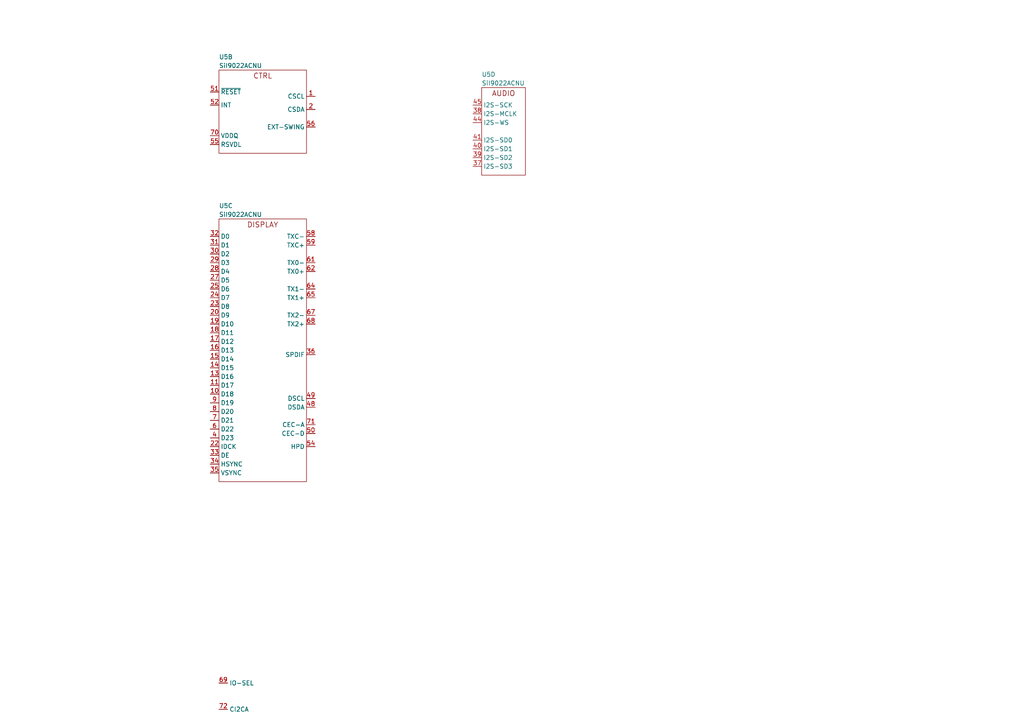
<source format=kicad_sch>
(kicad_sch (version 20230121) (generator eeschema)

  (uuid 9722e27f-b004-49cb-a971-74b9277fdfd3)

  (paper "A4")

  (lib_symbols
    (symbol "Daxxn_IC:SiI9022ACNU" (in_bom yes) (on_board yes)
      (property "Reference" "U" (at 0 3.81 0)
        (effects (font (size 1.27 1.27)) (justify left))
      )
      (property "Value" "SiI9022ACNU" (at 0 1.27 0)
        (effects (font (size 1.27 1.27)) (justify left))
      )
      (property "Footprint" "Package_DFN_QFN:QFN-72-1EP_10x10mm_P0.5mm_EP6x6mm" (at 12.7 11.43 0)
        (effects (font (size 1.27 1.27)) hide)
      )
      (property "Datasheet" "%LOCAL_DATASHEETS%/SIL9022.pdf" (at 12.7 8.89 0)
        (effects (font (size 1.27 1.27)) hide)
      )
      (property "ki_locked" "" (at 0 0 0)
        (effects (font (size 1.27 1.27)))
      )
      (property "ki_keywords" "converter interface hdmi tft display" (at 0 0 0)
        (effects (font (size 1.27 1.27)) hide)
      )
      (property "ki_description" "TFT Display to HDMI Converter QFN-72" (at 0 0 0)
        (effects (font (size 1.27 1.27)) hide)
      )
      (symbol "SiI9022ACNU_1_0"
        (pin power_in line (at -2.54 -19.05 0) (length 2.54) hide
          (name "VCC-CORE" (effects (font (size 1.27 1.27))))
          (number "12" (effects (font (size 1.27 1.27))))
        )
        (pin power_in line (at -2.54 -6.35 0) (length 2.54) hide
          (name "VCC-IO" (effects (font (size 1.27 1.27))))
          (number "21" (effects (font (size 1.27 1.27))))
        )
        (pin power_in line (at -2.54 -19.05 0) (length 2.54) hide
          (name "VCC-CORE" (effects (font (size 1.27 1.27))))
          (number "26" (effects (font (size 1.27 1.27))))
        )
        (pin power_in line (at -2.54 -6.35 0) (length 2.54)
          (name "VCC-IO" (effects (font (size 1.27 1.27))))
          (number "3" (effects (font (size 1.27 1.27))))
        )
        (pin power_in line (at -2.54 -19.05 0) (length 2.54) hide
          (name "VCC-CORE" (effects (font (size 1.27 1.27))))
          (number "42" (effects (font (size 1.27 1.27))))
        )
        (pin power_in line (at 27.94 -19.05 180) (length 2.54)
          (name "GND-CORE" (effects (font (size 1.27 1.27))))
          (number "43" (effects (font (size 1.27 1.27))))
        )
        (pin power_in line (at -2.54 -6.35 0) (length 2.54) hide
          (name "VCC-IO" (effects (font (size 1.27 1.27))))
          (number "46" (effects (font (size 1.27 1.27))))
        )
        (pin power_in line (at -2.54 -19.05 0) (length 2.54) hide
          (name "VCC-CORE" (effects (font (size 1.27 1.27))))
          (number "47" (effects (font (size 1.27 1.27))))
        )
        (pin power_in line (at -2.54 -19.05 0) (length 2.54)
          (name "VCC-CORE" (effects (font (size 1.27 1.27))))
          (number "5" (effects (font (size 1.27 1.27))))
        )
        (pin power_in line (at -2.54 -19.05 0) (length 2.54) hide
          (name "VCC-CORE" (effects (font (size 1.27 1.27))))
          (number "53" (effects (font (size 1.27 1.27))))
        )
        (pin power_in line (at 27.94 -6.35 180) (length 2.54)
          (name "GND-IO" (effects (font (size 1.27 1.27))))
          (number "57" (effects (font (size 1.27 1.27))))
        )
        (pin power_in line (at -2.54 -31.75 0) (length 2.54)
          (name "AVCC" (effects (font (size 1.27 1.27))))
          (number "60" (effects (font (size 1.27 1.27))))
        )
        (pin power_in line (at 27.94 -31.75 180) (length 2.54)
          (name "AGND" (effects (font (size 1.27 1.27))))
          (number "63" (effects (font (size 1.27 1.27))))
        )
        (pin power_in line (at -2.54 -31.75 0) (length 2.54) hide
          (name "AVCC" (effects (font (size 1.27 1.27))))
          (number "66" (effects (font (size 1.27 1.27))))
        )
        (pin power_in line (at 12.7 -38.1 90) (length 2.54)
          (name "GND-PAD" (effects (font (size 1.27 1.27))))
          (number "73" (effects (font (size 1.27 1.27))))
        )
      )
      (symbol "SiI9022ACNU_1_1"
        (rectangle (start 0 0) (end 25.4 -35.56)
          (stroke (width 0) (type default))
          (fill (type none))
        )
        (text "POWER" (at 12.7 -2.54 0)
          (effects (font (size 1.5 1.5)) (justify bottom))
        )
      )
      (symbol "SiI9022ACNU_2_0"
        (pin bidirectional line (at 27.94 -7.62 180) (length 2.54)
          (name "CSCL" (effects (font (size 1.27 1.27))))
          (number "1" (effects (font (size 1.27 1.27))))
        )
        (pin bidirectional line (at 27.94 -11.43 180) (length 2.54)
          (name "CSDA" (effects (font (size 1.27 1.27))))
          (number "2" (effects (font (size 1.27 1.27))))
        )
        (pin input line (at -2.54 -6.35 0) (length 2.54)
          (name "~{RESET}" (effects (font (size 1.27 1.27))))
          (number "51" (effects (font (size 1.27 1.27))))
        )
        (pin output line (at -2.54 -10.16 0) (length 2.54)
          (name "INT" (effects (font (size 1.27 1.27))))
          (number "52" (effects (font (size 1.27 1.27))))
        )
        (pin passive line (at -2.54 -21.59 0) (length 2.54)
          (name "RSVDL" (effects (font (size 1.27 1.27))))
          (number "55" (effects (font (size 1.27 1.27))))
        )
        (pin input line (at 27.94 -16.51 180) (length 2.54)
          (name "EXT-SWING" (effects (font (size 1.27 1.27))))
          (number "56" (effects (font (size 1.27 1.27))))
        )
        (pin input line (at 0 -177.8 0) (length 2.54)
          (name "IO-SEL" (effects (font (size 1.27 1.27))))
          (number "69" (effects (font (size 1.27 1.27))))
        )
        (pin passive line (at -2.54 -19.05 0) (length 2.54)
          (name "VDDQ" (effects (font (size 1.27 1.27))))
          (number "70" (effects (font (size 1.27 1.27))))
        )
        (pin input line (at 0 -185.42 0) (length 2.54)
          (name "CI2CA" (effects (font (size 1.27 1.27))))
          (number "72" (effects (font (size 1.27 1.27))))
        )
      )
      (symbol "SiI9022ACNU_2_1"
        (rectangle (start 0 0) (end 25.4 -24.13)
          (stroke (width 0) (type default))
          (fill (type none))
        )
        (text "CTRL" (at 12.7 -2.54 0)
          (effects (font (size 1.5 1.5)) (justify bottom))
        )
      )
      (symbol "SiI9022ACNU_3_0"
        (pin input line (at -2.54 -50.8 0) (length 2.54)
          (name "D18" (effects (font (size 1.27 1.27))))
          (number "10" (effects (font (size 1.27 1.27))))
        )
        (pin input line (at -2.54 -48.26 0) (length 2.54)
          (name "D17" (effects (font (size 1.27 1.27))))
          (number "11" (effects (font (size 1.27 1.27))))
        )
        (pin input line (at -2.54 -45.72 0) (length 2.54)
          (name "D16" (effects (font (size 1.27 1.27))))
          (number "13" (effects (font (size 1.27 1.27))))
        )
        (pin input line (at -2.54 -43.18 0) (length 2.54)
          (name "D15" (effects (font (size 1.27 1.27))))
          (number "14" (effects (font (size 1.27 1.27))))
        )
        (pin input line (at -2.54 -40.64 0) (length 2.54)
          (name "D14" (effects (font (size 1.27 1.27))))
          (number "15" (effects (font (size 1.27 1.27))))
        )
        (pin input line (at -2.54 -38.1 0) (length 2.54)
          (name "D13" (effects (font (size 1.27 1.27))))
          (number "16" (effects (font (size 1.27 1.27))))
        )
        (pin input line (at -2.54 -35.56 0) (length 2.54)
          (name "D12" (effects (font (size 1.27 1.27))))
          (number "17" (effects (font (size 1.27 1.27))))
        )
        (pin input line (at -2.54 -33.02 0) (length 2.54)
          (name "D11" (effects (font (size 1.27 1.27))))
          (number "18" (effects (font (size 1.27 1.27))))
        )
        (pin input line (at -2.54 -30.48 0) (length 2.54)
          (name "D10" (effects (font (size 1.27 1.27))))
          (number "19" (effects (font (size 1.27 1.27))))
        )
        (pin input line (at -2.54 -27.94 0) (length 2.54)
          (name "D9" (effects (font (size 1.27 1.27))))
          (number "20" (effects (font (size 1.27 1.27))))
        )
        (pin input line (at -2.54 -66.04 0) (length 2.54)
          (name "IDCK" (effects (font (size 1.27 1.27))))
          (number "22" (effects (font (size 1.27 1.27))))
        )
        (pin input line (at -2.54 -25.4 0) (length 2.54)
          (name "D8" (effects (font (size 1.27 1.27))))
          (number "23" (effects (font (size 1.27 1.27))))
        )
        (pin input line (at -2.54 -22.86 0) (length 2.54)
          (name "D7" (effects (font (size 1.27 1.27))))
          (number "24" (effects (font (size 1.27 1.27))))
        )
        (pin input line (at -2.54 -20.32 0) (length 2.54)
          (name "D6" (effects (font (size 1.27 1.27))))
          (number "25" (effects (font (size 1.27 1.27))))
        )
        (pin input line (at -2.54 -17.78 0) (length 2.54)
          (name "D5" (effects (font (size 1.27 1.27))))
          (number "27" (effects (font (size 1.27 1.27))))
        )
        (pin input line (at -2.54 -15.24 0) (length 2.54)
          (name "D4" (effects (font (size 1.27 1.27))))
          (number "28" (effects (font (size 1.27 1.27))))
        )
        (pin input line (at -2.54 -12.7 0) (length 2.54)
          (name "D3" (effects (font (size 1.27 1.27))))
          (number "29" (effects (font (size 1.27 1.27))))
        )
        (pin input line (at -2.54 -10.16 0) (length 2.54)
          (name "D2" (effects (font (size 1.27 1.27))))
          (number "30" (effects (font (size 1.27 1.27))))
        )
        (pin input line (at -2.54 -7.62 0) (length 2.54)
          (name "D1" (effects (font (size 1.27 1.27))))
          (number "31" (effects (font (size 1.27 1.27))))
        )
        (pin input line (at -2.54 -5.08 0) (length 2.54)
          (name "D0" (effects (font (size 1.27 1.27))))
          (number "32" (effects (font (size 1.27 1.27))))
        )
        (pin input line (at -2.54 -68.58 0) (length 2.54)
          (name "DE" (effects (font (size 1.27 1.27))))
          (number "33" (effects (font (size 1.27 1.27))))
        )
        (pin input line (at -2.54 -71.12 0) (length 2.54)
          (name "HSYNC" (effects (font (size 1.27 1.27))))
          (number "34" (effects (font (size 1.27 1.27))))
        )
        (pin input line (at -2.54 -73.66 0) (length 2.54)
          (name "VSYNC" (effects (font (size 1.27 1.27))))
          (number "35" (effects (font (size 1.27 1.27))))
        )
        (pin input line (at 27.94 -39.37 180) (length 2.54)
          (name "SPDIF" (effects (font (size 1.27 1.27))))
          (number "36" (effects (font (size 1.27 1.27))))
        )
        (pin input line (at -2.54 -63.5 0) (length 2.54)
          (name "D23" (effects (font (size 1.27 1.27))))
          (number "4" (effects (font (size 1.27 1.27))))
        )
        (pin bidirectional line (at 27.94 -54.61 180) (length 2.54)
          (name "DSDA" (effects (font (size 1.27 1.27))))
          (number "48" (effects (font (size 1.27 1.27))))
        )
        (pin bidirectional line (at 27.94 -52.07 180) (length 2.54)
          (name "DSCL" (effects (font (size 1.27 1.27))))
          (number "49" (effects (font (size 1.27 1.27))))
        )
        (pin bidirectional line (at 27.94 -62.23 180) (length 2.54)
          (name "CEC-D" (effects (font (size 1.27 1.27))))
          (number "50" (effects (font (size 1.27 1.27))))
        )
        (pin input line (at 27.94 -66.04 180) (length 2.54)
          (name "HPD" (effects (font (size 1.27 1.27))))
          (number "54" (effects (font (size 1.27 1.27))))
        )
        (pin output line (at 27.94 -5.08 180) (length 2.54)
          (name "TXC-" (effects (font (size 1.27 1.27))))
          (number "58" (effects (font (size 1.27 1.27))))
        )
        (pin output line (at 27.94 -7.62 180) (length 2.54)
          (name "TXC+" (effects (font (size 1.27 1.27))))
          (number "59" (effects (font (size 1.27 1.27))))
        )
        (pin input line (at -2.54 -60.96 0) (length 2.54)
          (name "D22" (effects (font (size 1.27 1.27))))
          (number "6" (effects (font (size 1.27 1.27))))
        )
        (pin output line (at 27.94 -12.7 180) (length 2.54)
          (name "TX0-" (effects (font (size 1.27 1.27))))
          (number "61" (effects (font (size 1.27 1.27))))
        )
        (pin output line (at 27.94 -15.24 180) (length 2.54)
          (name "TX0+" (effects (font (size 1.27 1.27))))
          (number "62" (effects (font (size 1.27 1.27))))
        )
        (pin output line (at 27.94 -20.32 180) (length 2.54)
          (name "TX1-" (effects (font (size 1.27 1.27))))
          (number "64" (effects (font (size 1.27 1.27))))
        )
        (pin output line (at 27.94 -22.86 180) (length 2.54)
          (name "TX1+" (effects (font (size 1.27 1.27))))
          (number "65" (effects (font (size 1.27 1.27))))
        )
        (pin output line (at 27.94 -27.94 180) (length 2.54)
          (name "TX2-" (effects (font (size 1.27 1.27))))
          (number "67" (effects (font (size 1.27 1.27))))
        )
        (pin output line (at 27.94 -30.48 180) (length 2.54)
          (name "TX2+" (effects (font (size 1.27 1.27))))
          (number "68" (effects (font (size 1.27 1.27))))
        )
        (pin input line (at -2.54 -58.42 0) (length 2.54)
          (name "D21" (effects (font (size 1.27 1.27))))
          (number "7" (effects (font (size 1.27 1.27))))
        )
        (pin bidirectional line (at 27.94 -59.69 180) (length 2.54)
          (name "CEC-A" (effects (font (size 1.27 1.27))))
          (number "71" (effects (font (size 1.27 1.27))))
        )
        (pin input line (at -2.54 -55.88 0) (length 2.54)
          (name "D20" (effects (font (size 1.27 1.27))))
          (number "8" (effects (font (size 1.27 1.27))))
        )
        (pin input line (at -2.54 -53.34 0) (length 2.54)
          (name "D19" (effects (font (size 1.27 1.27))))
          (number "9" (effects (font (size 1.27 1.27))))
        )
      )
      (symbol "SiI9022ACNU_3_1"
        (rectangle (start 0 0) (end 25.4 -76.2)
          (stroke (width 0) (type default))
          (fill (type none))
        )
        (text "DISPLAY" (at 12.7 -2.54 0)
          (effects (font (size 1.5 1.5)) (justify bottom))
        )
      )
      (symbol "SiI9022ACNU_4_0"
        (pin input line (at -2.54 -22.86 0) (length 2.54)
          (name "I2S-SD3" (effects (font (size 1.27 1.27))))
          (number "37" (effects (font (size 1.27 1.27))))
        )
        (pin input line (at -2.54 -7.62 0) (length 2.54)
          (name "I2S-MCLK" (effects (font (size 1.27 1.27))))
          (number "38" (effects (font (size 1.27 1.27))))
        )
        (pin input line (at -2.54 -20.32 0) (length 2.54)
          (name "I2S-SD2" (effects (font (size 1.27 1.27))))
          (number "39" (effects (font (size 1.27 1.27))))
        )
        (pin input line (at -2.54 -17.78 0) (length 2.54)
          (name "I2S-SD1" (effects (font (size 1.27 1.27))))
          (number "40" (effects (font (size 1.27 1.27))))
        )
        (pin input line (at -2.54 -15.24 0) (length 2.54)
          (name "I2S-SD0" (effects (font (size 1.27 1.27))))
          (number "41" (effects (font (size 1.27 1.27))))
        )
        (pin input line (at -2.54 -10.16 0) (length 2.54)
          (name "I2S-WS" (effects (font (size 1.27 1.27))))
          (number "44" (effects (font (size 1.27 1.27))))
        )
        (pin input line (at -2.54 -5.08 0) (length 2.54)
          (name "I2S-SCK" (effects (font (size 1.27 1.27))))
          (number "45" (effects (font (size 1.27 1.27))))
        )
      )
      (symbol "SiI9022ACNU_4_1"
        (rectangle (start 0 0) (end 12.7 -25.4)
          (stroke (width 0) (type default))
          (fill (type none))
        )
        (text "AUDIO" (at 6.35 -2.54 0)
          (effects (font (size 1.5 1.5)) (justify bottom))
        )
      )
    )
  )


  (symbol (lib_id "Daxxn_IC:SiI9022ACNU") (at 63.5 63.5 0) (unit 3)
    (in_bom yes) (on_board yes) (dnp no)
    (uuid 0025fb3a-eca0-480e-9d01-47684155d746)
    (property "Reference" "U5" (at 63.5 59.69 0)
      (effects (font (size 1.27 1.27)) (justify left))
    )
    (property "Value" "SiI9022ACNU" (at 63.5 62.23 0)
      (effects (font (size 1.27 1.27)) (justify left))
    )
    (property "Footprint" "Package_DFN_QFN:QFN-72-1EP_10x10mm_P0.5mm_EP6x6mm" (at 76.2 52.07 0)
      (effects (font (size 1.27 1.27)) hide)
    )
    (property "Datasheet" "%LOCAL_DATASHEETS%/SIL9022.pdf" (at 76.2 54.61 0)
      (effects (font (size 1.27 1.27)) hide)
    )
    (pin "12" (uuid d8a25d82-406a-4bff-b6b2-e24f77a298a8))
    (pin "21" (uuid a117b8d1-ea04-450f-b4d8-7154e34701c3))
    (pin "26" (uuid 9313e273-3457-49e6-bc82-950b9d1bf87d))
    (pin "3" (uuid b2c8f28c-b2cc-4be1-9fa9-705fc0f31c8b))
    (pin "42" (uuid f095afcb-5777-46e9-90f0-a0a9a0131675))
    (pin "43" (uuid 357afe5d-2c21-4063-8b00-9be307ed8c66))
    (pin "46" (uuid 934e8b1a-3508-4558-a73a-18e871bb4e3b))
    (pin "47" (uuid de7796e0-3f17-426f-94d2-51dc6781ea75))
    (pin "5" (uuid 4b362fb9-2da2-4a94-b2db-c503cadcad88))
    (pin "53" (uuid 94caadfd-2d39-4440-ab33-38059dc82ddb))
    (pin "57" (uuid 692cf3be-45ef-4a6f-b93a-5b4c25ec8223))
    (pin "60" (uuid 16879534-a54c-44f2-a3ee-8b4115e2eb19))
    (pin "63" (uuid 659d4e63-4521-465f-a161-45511f22b46b))
    (pin "66" (uuid 9fa71873-be67-4c7d-be0f-c653b21946bb))
    (pin "73" (uuid 3e4ed3a0-ca11-4604-859a-6717dbc403b8))
    (pin "1" (uuid 5d824ec2-304b-4348-88ee-e03b5e9b402c))
    (pin "2" (uuid 682ae3a7-5a18-43c1-be5b-e8e15e336ca7))
    (pin "51" (uuid 4cdd773b-d3e7-4a3b-833e-4b07624db176))
    (pin "52" (uuid 3b4cb2b2-1222-4764-811a-16ed9f5f2e05))
    (pin "55" (uuid f2dd6a56-4fc4-4f30-ae4c-dc87a3d9d560))
    (pin "56" (uuid e1782f96-4819-42c6-a356-933f623714b1))
    (pin "69" (uuid fdf82ac6-db7d-4abf-ab9d-b96e88a94eae))
    (pin "70" (uuid 71135b41-d5ac-4e11-9733-31ea70ed4995))
    (pin "72" (uuid 58fd6cad-c532-49d1-ba42-196c42aec665))
    (pin "10" (uuid aa444b38-6b53-49eb-8468-65ea34a50be4))
    (pin "11" (uuid 265bebce-7ed2-40a3-9a08-f3944fed7b17))
    (pin "13" (uuid 5a14d691-09ed-4f1c-bd28-6998ca27dd98))
    (pin "14" (uuid bfb12816-3cda-464a-92a4-d766133a89ba))
    (pin "15" (uuid d09a41e8-24f9-4a32-ba07-4b1301e242eb))
    (pin "16" (uuid b5c1164a-92ea-49e2-b44c-630eef127df9))
    (pin "17" (uuid b6bcc26e-0b21-4c69-83d5-3cf1fdacdd5f))
    (pin "18" (uuid 29f29b86-66d6-4e45-8339-539c55471391))
    (pin "19" (uuid 5bb93266-8869-482f-ad11-2161d00b5e2e))
    (pin "20" (uuid 3cf3ca3c-98c5-479d-9a78-2cdf1d6bf016))
    (pin "22" (uuid 163ef37a-fc1e-4277-8a9d-6b645d915f00))
    (pin "23" (uuid ab04e0d6-e8ea-4902-b74c-3e47fe0920ff))
    (pin "24" (uuid 98e7d3ad-068c-468d-8475-3aad9cb515b7))
    (pin "25" (uuid 771fec33-91d6-47ef-a8fd-96cd22cf2f05))
    (pin "27" (uuid bb4797f9-ba93-45e5-8fe9-d084916438f8))
    (pin "28" (uuid e2e2fad2-c4dd-4da2-956f-1cf80b2ed264))
    (pin "29" (uuid 1946784f-eab2-4017-9c14-8b2a61713a46))
    (pin "30" (uuid ccb17f2b-c2c3-430d-9a6b-e2890db68021))
    (pin "31" (uuid 62651e31-c573-40c3-bc86-cbcd60269212))
    (pin "32" (uuid 49425845-d4d5-43e3-b393-e6c34641facb))
    (pin "33" (uuid 1733f100-3d33-4c93-8816-3dd7b445edb7))
    (pin "34" (uuid d107a6de-5e34-4d24-ae0b-78515aa45bb0))
    (pin "35" (uuid 8c104ad6-10aa-4ca6-837f-8ca2680e6e2f))
    (pin "36" (uuid 236bab20-250a-479c-a3cb-e2da7ee4edcb))
    (pin "4" (uuid 335a5b32-d807-4735-94ec-f6ea5781c841))
    (pin "48" (uuid f5689858-6abd-402d-8541-a3db8bc5d0b9))
    (pin "49" (uuid 0a51dd47-c5ed-4288-9c09-3fa7dcce0638))
    (pin "50" (uuid 0429aebf-7648-4462-bf5b-e940bcb25785))
    (pin "54" (uuid b4c7bc84-9b70-4ba2-ace3-fc65379d421e))
    (pin "58" (uuid 9dcd398c-e6af-42a6-a313-5b804f23b44c))
    (pin "59" (uuid d23d4ea8-c510-41c8-9b6b-abdef02b9373))
    (pin "6" (uuid e6fd5bd3-a36b-4dee-9b55-0c1ab50bb345))
    (pin "61" (uuid ee58f20f-1c3c-46ba-9908-46e8e338680b))
    (pin "62" (uuid 80cd5241-140b-4bdc-bda4-de91b7a126c6))
    (pin "64" (uuid a19351a1-05f6-4693-a5af-dfd35b3b89cc))
    (pin "65" (uuid 98a9e432-96c7-42a6-a1c6-2f97c1537b26))
    (pin "67" (uuid da41e842-7865-455a-9ee7-fd8d4c0b1378))
    (pin "68" (uuid c20d07af-f5ec-46be-bc43-4b1a9f86ba1c))
    (pin "7" (uuid 206f506e-5e04-454f-b3bc-fe1f954585d7))
    (pin "71" (uuid d9c77463-0930-4b3f-8456-2d8c6c6745fc))
    (pin "8" (uuid 29f33f58-10b0-4f02-ac4f-1a1071d8cf98))
    (pin "9" (uuid 7efa908a-0e1f-44e6-8b5c-075e4db8a258))
    (pin "37" (uuid af1c5356-aa26-4bf7-bba7-9d8212ba6a01))
    (pin "38" (uuid 6ed5c324-3144-401c-b156-cee3d381ba61))
    (pin "39" (uuid 739f3848-cdf6-4297-ac2e-bb78ef5f523f))
    (pin "40" (uuid ad6ee120-1724-4cae-b930-bda9b85c796d))
    (pin "41" (uuid b71fab44-b0db-4bdb-9e11-24ab3ca74120))
    (pin "44" (uuid 3fce41c2-eab9-4f7f-bf49-45df3857aea3))
    (pin "45" (uuid 1ddb2f7c-1744-4835-a6e0-a1c872ebedd4))
    (instances
      (project "BenchyMotherBoard-PCB"
        (path "/2ea077fe-b0e6-467f-a1c1-8336ebdb7a86/f6cefa82-1075-4fc2-b4fa-8436f2d86032"
          (reference "U5") (unit 3)
        )
      )
    )
  )

  (symbol (lib_id "Daxxn_IC:SiI9022ACNU") (at 63.5 20.32 0) (unit 2)
    (in_bom yes) (on_board yes) (dnp no)
    (uuid 4011a403-a8b9-4fa1-b1b4-2e8b83ece2e7)
    (property "Reference" "U5" (at 63.5 16.51 0)
      (effects (font (size 1.27 1.27)) (justify left))
    )
    (property "Value" "SiI9022ACNU" (at 63.5 19.05 0)
      (effects (font (size 1.27 1.27)) (justify left))
    )
    (property "Footprint" "Package_DFN_QFN:QFN-72-1EP_10x10mm_P0.5mm_EP6x6mm" (at 76.2 8.89 0)
      (effects (font (size 1.27 1.27)) hide)
    )
    (property "Datasheet" "%LOCAL_DATASHEETS%/SIL9022.pdf" (at 76.2 11.43 0)
      (effects (font (size 1.27 1.27)) hide)
    )
    (pin "12" (uuid ffef4f03-de73-494d-973e-05415174b46c))
    (pin "21" (uuid fa8b94dc-37e8-45e6-ac1d-8a4055c45148))
    (pin "26" (uuid f41f665b-cd76-46f7-8b9a-df9f13af3504))
    (pin "3" (uuid aa8721bf-8c45-415a-8d4c-1332253c9fb9))
    (pin "42" (uuid 4d09ba40-61d4-479e-9c9b-f21992e6085e))
    (pin "43" (uuid 9ad9e66f-b7c7-4256-80a2-56f210cf1ee2))
    (pin "46" (uuid a47416e7-11f3-42db-9bdf-4c98d279c904))
    (pin "47" (uuid 7426c7e5-6472-49ff-a84c-3eb0ed5fe9b2))
    (pin "5" (uuid 61773756-21bb-4779-b1aa-be1bc8e60f59))
    (pin "53" (uuid 5d9b31f2-a17c-494c-a12c-87f239b43693))
    (pin "57" (uuid e4badc2d-d194-414e-88a7-39afa2a5b71e))
    (pin "60" (uuid 40155962-8ec2-4762-93d6-2feacd962650))
    (pin "63" (uuid 3d48479f-6ff5-4ae9-9b0f-902f56d4787b))
    (pin "66" (uuid 4115293f-5653-471e-8ec6-edaed8e170e9))
    (pin "73" (uuid 9d6fad62-d952-4578-84c8-6fef33521680))
    (pin "1" (uuid 88107a80-101c-42f9-b4ce-eb42ed32093a))
    (pin "2" (uuid 1eccbe8f-3197-49c2-b7b7-34c6e865eb9b))
    (pin "51" (uuid adf80768-6b6f-48cf-871a-10164fe0299d))
    (pin "52" (uuid dcc250e1-3673-4c55-8bfc-282d5a62d927))
    (pin "55" (uuid 6d5bdf93-2c97-4374-920d-d8a70be3146d))
    (pin "56" (uuid d3d58d1f-4a8e-427c-80c9-983ba0e73a12))
    (pin "69" (uuid ce5530f9-24df-451b-a472-74d3fdfc0342))
    (pin "70" (uuid 11fb53ee-af6e-4f3f-8175-05fb22004756))
    (pin "72" (uuid 293f5ab1-fe47-4bc9-a4e4-31ed88e70622))
    (pin "10" (uuid 90e2d4be-093e-4c41-bc9d-5408573e5fe0))
    (pin "11" (uuid 2caba53b-3c5e-4d9d-998c-3b10e2cc566e))
    (pin "13" (uuid d02d71a3-4b4a-4815-aff8-7a2f6f2cc580))
    (pin "14" (uuid 9a52ee31-5533-45a9-a956-bdad4266ae03))
    (pin "15" (uuid d896a7f4-3432-4ed0-b606-93bb9eaee855))
    (pin "16" (uuid 3ceecf5c-3571-433b-b357-741b3338084c))
    (pin "17" (uuid f316212b-96dc-4601-8053-059234288bb4))
    (pin "18" (uuid a38b539c-52b0-4391-974d-df8f8a61ed64))
    (pin "19" (uuid 844e937e-ce3b-4b96-b4eb-b1f914d20f36))
    (pin "20" (uuid 717df692-4b1e-4130-8444-e4236a0044ac))
    (pin "22" (uuid 6f8aad3c-8bc6-4b94-8968-26dd8e9e5146))
    (pin "23" (uuid e6cc004c-6ff1-495f-86f3-a7adf13ddd52))
    (pin "24" (uuid 3cee2c6f-0cd0-4665-824c-c5fb005d01a9))
    (pin "25" (uuid 7e7c7c0b-c28f-4693-87ea-50c1aeb5c167))
    (pin "27" (uuid f80360dd-6beb-4c1f-9d1a-1b747741cba6))
    (pin "28" (uuid 7043ae57-a394-43c3-82eb-ad8506e2c3b2))
    (pin "29" (uuid c563984f-0c3c-4900-be59-b2ee9ccb7a43))
    (pin "30" (uuid 7feab895-2ce6-4598-8cb1-4e03a873438a))
    (pin "31" (uuid 0e2e2462-a1a6-4585-b988-0d6d729a05b4))
    (pin "32" (uuid f81be18e-8230-4d04-8d63-d13b5e1e6bb0))
    (pin "33" (uuid 54270b77-001a-43f4-b19c-3f42d19a081a))
    (pin "34" (uuid 133dfeac-19d2-4728-89ef-aa2e7c041c51))
    (pin "35" (uuid edecba1a-7515-4e5c-9316-d944e2104e18))
    (pin "36" (uuid badff7a1-ba0d-468f-9a5d-bdfb0f523f2f))
    (pin "4" (uuid e316eb2a-b4f4-4e85-8fc6-4e9d5fdbabb3))
    (pin "48" (uuid 1232795c-3ede-46fd-987e-f51f6d5782f6))
    (pin "49" (uuid d08355cb-67b0-4cd9-9f54-a5a6141ec422))
    (pin "50" (uuid 316488ed-b809-4fb4-a35e-4f9ae41614c8))
    (pin "54" (uuid 03d888f3-8fb4-455a-87fc-f4a7234b568d))
    (pin "58" (uuid c40cec2d-333c-4619-b21c-0467164380e9))
    (pin "59" (uuid 96b8e25f-5da8-469a-a59c-65bf17941258))
    (pin "6" (uuid c708c2c9-3546-492e-9cb2-2894b8ffff7b))
    (pin "61" (uuid 5099c224-39c9-47e2-8dce-cd5bbeb6c4e7))
    (pin "62" (uuid d1fa7b9e-285a-40b2-8c14-0c290d0e319e))
    (pin "64" (uuid 8216510a-8be1-4ee0-9516-964527527dd6))
    (pin "65" (uuid 17a2aee1-138e-4d08-ab76-99fef9f20d0c))
    (pin "67" (uuid e9ea1385-674c-4960-8661-b08a44124cd5))
    (pin "68" (uuid 5ea68194-a62b-4588-86ff-e604e4a25a5a))
    (pin "7" (uuid 1cbdbff7-8d16-4212-87c3-59bd2e0f3bd8))
    (pin "71" (uuid d87cceaa-f27b-46d4-aa4e-0aa7d5dd6fc4))
    (pin "8" (uuid c9e0ad2d-698a-4153-9de0-a351179f4e0a))
    (pin "9" (uuid 020adfbc-2f1d-47bb-87f8-715a8179d251))
    (pin "37" (uuid 5851a202-6b19-4f33-a4a8-3826632777e0))
    (pin "38" (uuid 2a6c7c9a-28e2-4c21-9e35-5d7a83e681e3))
    (pin "39" (uuid 22ee505e-0bf1-4156-8f89-2cb15a57e8f0))
    (pin "40" (uuid 7a4d0a8b-1338-43f7-9996-746299e64ec7))
    (pin "41" (uuid 1b8aa5a1-03ca-4622-9327-3ed18030441d))
    (pin "44" (uuid 7d688122-573c-453a-8233-be20f93c798b))
    (pin "45" (uuid 203e82f9-62c8-4d19-b145-290e556981f3))
    (instances
      (project "BenchyMotherBoard-PCB"
        (path "/2ea077fe-b0e6-467f-a1c1-8336ebdb7a86/f6cefa82-1075-4fc2-b4fa-8436f2d86032"
          (reference "U5") (unit 2)
        )
      )
    )
  )

  (symbol (lib_id "Daxxn_IC:SiI9022ACNU") (at 139.7 25.4 0) (unit 4)
    (in_bom yes) (on_board yes) (dnp no)
    (uuid 56e4c413-fb73-48a3-8de4-e297be9f8686)
    (property "Reference" "U5" (at 139.7 21.59 0)
      (effects (font (size 1.27 1.27)) (justify left))
    )
    (property "Value" "SiI9022ACNU" (at 139.7 24.13 0)
      (effects (font (size 1.27 1.27)) (justify left))
    )
    (property "Footprint" "Package_DFN_QFN:QFN-72-1EP_10x10mm_P0.5mm_EP6x6mm" (at 152.4 13.97 0)
      (effects (font (size 1.27 1.27)) hide)
    )
    (property "Datasheet" "%LOCAL_DATASHEETS%/SIL9022.pdf" (at 152.4 16.51 0)
      (effects (font (size 1.27 1.27)) hide)
    )
    (pin "12" (uuid 14d87a26-e0ed-4ac4-bf67-2ebd1b91b097))
    (pin "21" (uuid 484c8f77-6ffe-4964-80c4-a14a00a96faa))
    (pin "26" (uuid 7b116079-fac1-4a75-b546-95e85f64b838))
    (pin "3" (uuid e36c82ab-07a7-4e17-80c0-f94406f035e3))
    (pin "42" (uuid 002f5f1a-b3af-4cc3-a21c-2a4fdaaa14b8))
    (pin "43" (uuid 0fadd540-7d40-4dcb-9f4a-820509d79b74))
    (pin "46" (uuid 5a059886-0aa5-4448-87f0-394ad14d46c6))
    (pin "47" (uuid c2649d31-a3e2-4e53-a6dc-e6d0d9b88268))
    (pin "5" (uuid e823f360-f248-4191-8d8b-1660a695017d))
    (pin "53" (uuid 06d9c010-bc19-4468-8a8b-3abec38ea046))
    (pin "57" (uuid 3365cddf-6bb6-4976-b5ed-7d5819614a6d))
    (pin "60" (uuid 52b3e359-fcdd-45e3-9e05-5a42d682e9ca))
    (pin "63" (uuid db8d126d-a818-4dd4-a552-d05613070dd7))
    (pin "66" (uuid 1a20de65-8701-4171-b704-f0d8659cf7f6))
    (pin "73" (uuid 37fa2d7f-99a1-44fa-9e9e-cd3ce450f908))
    (pin "1" (uuid 88030111-e3fa-412f-a59c-7ea371bcddbf))
    (pin "2" (uuid 97b11dac-8f87-4408-981d-253a2f5a3def))
    (pin "51" (uuid dc108e58-8745-4767-8881-b48d9719add0))
    (pin "52" (uuid 178a178c-0306-4042-b82f-8d33906cad9f))
    (pin "55" (uuid cc76fee3-f378-4a77-b1b3-8ea88b86d2aa))
    (pin "56" (uuid f6ed6d42-6c49-4b2b-ad37-15a7edcded61))
    (pin "69" (uuid db1fb6b4-bcba-4ac6-b458-de8a4641801a))
    (pin "70" (uuid a6afe38d-fae0-42e3-a995-9fabbc65a69f))
    (pin "72" (uuid fba33e05-c40a-48b0-9d48-d5e5fd4214a8))
    (pin "10" (uuid ed2794f5-eb56-4e9a-9e0f-379f20b619e6))
    (pin "11" (uuid e24e7e60-2e2f-469e-abcc-396fb5db2e5d))
    (pin "13" (uuid 8ec712e5-0d06-4ec0-a67d-ce35924cd683))
    (pin "14" (uuid c973a60b-adf2-465f-ac8f-ce3ca6c0adcf))
    (pin "15" (uuid 742de2e4-46c5-4773-84e2-e41cb0003dd8))
    (pin "16" (uuid f043e770-a0fc-4d28-8e34-f46acd45654e))
    (pin "17" (uuid 36f1935f-87cc-4a66-9d44-461adf20b762))
    (pin "18" (uuid fa3acf00-8218-4dff-ac27-05c302fe8639))
    (pin "19" (uuid 800b8460-9c8c-4a31-9f6f-97f73bfffc39))
    (pin "20" (uuid 2f779c29-aeff-4d30-9904-237be722537b))
    (pin "22" (uuid 97171faf-0315-4d72-a405-5489c3b121b5))
    (pin "23" (uuid 2f3c3d1e-7ea3-4ae8-83e4-9603de8220e5))
    (pin "24" (uuid 9c697da2-63ab-46d3-bb53-4f64c32826c9))
    (pin "25" (uuid a5f9946a-b7bb-4389-9199-c59503bc4429))
    (pin "27" (uuid 3da3fd13-b067-4e4d-adc2-4f320b91cb79))
    (pin "28" (uuid c74ded31-78b4-4aa2-8745-35cea03dae59))
    (pin "29" (uuid ec98ffb9-61b2-4606-a998-eaa5aab90cc0))
    (pin "30" (uuid 88e2de85-0ca7-46d7-b7ee-2da038143f8d))
    (pin "31" (uuid f7f74f8d-8899-43e2-979f-97b3920efbb6))
    (pin "32" (uuid 497642ae-bc95-4eeb-87b8-4e068b0f7c55))
    (pin "33" (uuid 3ab64835-9843-4462-9aea-04f6edb5892c))
    (pin "34" (uuid c166b249-eb3f-469a-b46e-a3444d5f58d2))
    (pin "35" (uuid 5f672e5a-ac5a-40c3-8f83-c2c3dfbbc2eb))
    (pin "36" (uuid 78cbb189-f3a6-4bed-9651-5bf7ad6f1597))
    (pin "4" (uuid 57fe70d6-d084-4562-9c11-a71ad4f7647a))
    (pin "48" (uuid b1904ac2-06bd-4228-a903-1a1543809484))
    (pin "49" (uuid fed5fb1e-5ca3-4868-91a2-a2af2fdd7cdf))
    (pin "50" (uuid a82b310b-9356-4fcc-8a65-63782f2cc0f0))
    (pin "54" (uuid 09fe9557-911c-4b2c-a906-dfe158ec8912))
    (pin "58" (uuid 4b7b756f-9c05-409d-9ea4-d9956f604daf))
    (pin "59" (uuid 0964bd2b-e5ee-4cdc-bca9-f3bb33f24f0d))
    (pin "6" (uuid cd5d6ffc-9004-4028-bcf9-a04df46bca3d))
    (pin "61" (uuid 5e48357c-a11f-4c3a-861a-657c308dea90))
    (pin "62" (uuid ec478cc6-b52a-49e8-bbd4-439642e759d4))
    (pin "64" (uuid e233243d-0e4e-49e6-8bbe-856941e00ad7))
    (pin "65" (uuid 85d18684-acce-4c61-81f9-e585946649d7))
    (pin "67" (uuid 9951762a-28dc-4cc2-975b-3d9b33b9094c))
    (pin "68" (uuid 64c0b3a9-f2cc-4ffb-b87d-8d94cd7aa932))
    (pin "7" (uuid 2ee74c7a-7ecf-4bc9-be21-7999da4e1261))
    (pin "71" (uuid 74f53527-2c3b-46ca-8086-847846eda678))
    (pin "8" (uuid 29d7f06e-fa34-4da8-8e3e-29a2559035bb))
    (pin "9" (uuid fbf23d77-8e52-4816-97fe-77665f51e3d2))
    (pin "37" (uuid 2d4e9cf0-1010-40c7-8d73-1ba4a045f0f9))
    (pin "38" (uuid ea83d762-a1fd-465b-96f0-862948d5f117))
    (pin "39" (uuid cfd7f93e-43c6-47dc-b349-3520906617f6))
    (pin "40" (uuid 91df7fc5-df68-4da1-882e-12cd103e1a18))
    (pin "41" (uuid e5ad847b-1eee-4236-aa5a-9925699cadd3))
    (pin "44" (uuid 6788f8fb-6b3c-437b-8b73-bfdae1910839))
    (pin "45" (uuid 284bec67-0302-47b2-a537-9d4373b23bbb))
    (instances
      (project "BenchyMotherBoard-PCB"
        (path "/2ea077fe-b0e6-467f-a1c1-8336ebdb7a86/f6cefa82-1075-4fc2-b4fa-8436f2d86032"
          (reference "U5") (unit 4)
        )
      )
    )
  )
)

</source>
